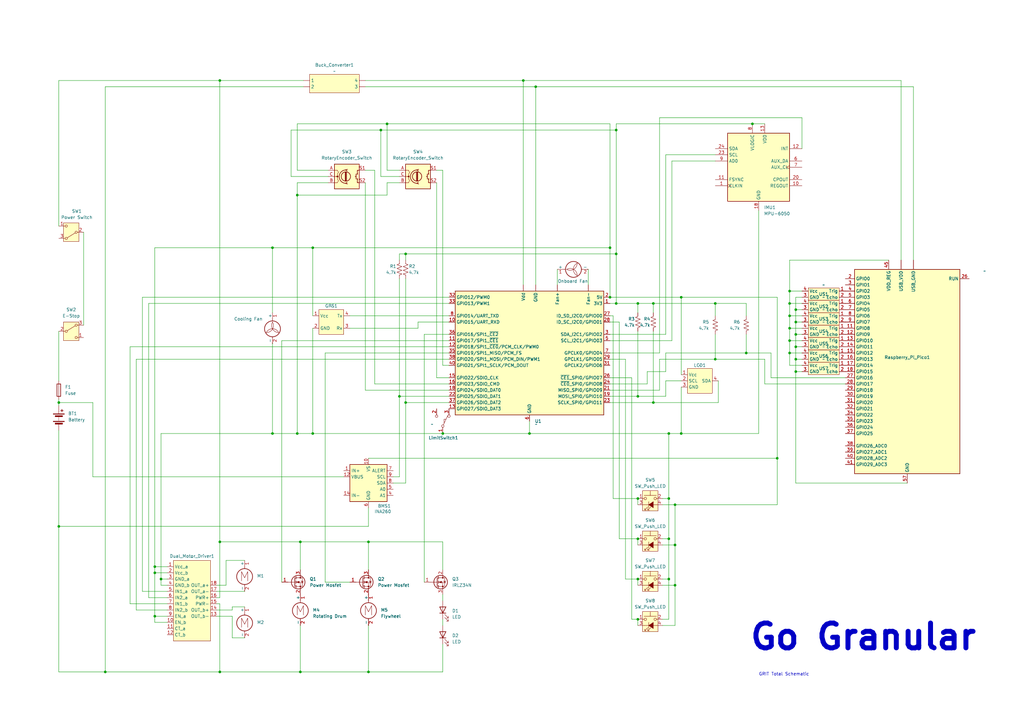
<source format=kicad_sch>
(kicad_sch (version 20231120) (generator "eeschema") (generator_version "8.0")
  (paper "A3")
  (lib_symbols
    (symbol "Custom_Symbols:12V_Dual_Motor_Driver"
      (property "Reference" "U" (at 0 0 0))
      (symbol "12V_Dual_Motor_Driver_1_1"
        (pin power_in line (at -10.16 -3.81 0) (length 2.54) (name "Vcc_a") (number "1"))
        (pin input line (at -10.16 -26.67 0) (length 2.54) (name "EN_b") (number "10"))
        (pin input line (at -10.16 -29.21 0) (length 2.54) (name "CT_a") (number "11"))
        (pin input line (at -10.16 -31.75 0) (length 2.54) (name "CT_b") (number "12"))
        (pin power_out line (at 10.16 -24.13 180) (length 2.54) (name "OUT_b-") (number "13"))
        (pin power_out line (at 10.16 -21.59 180) (length 2.54) (name "OUT_b+") (number "14"))
        (pin power_out line (at 10.16 -19.05 180) (length 2.54) (name "PWR-") (number "15"))
        (pin power_out line (at 10.16 -16.51 180) (length 2.54) (name "PWR+") (number "16"))
        (pin power_out line (at 10.16 -13.97 180) (length 2.54) (name "OUT_a-") (number "17"))
        (pin power_out line (at 10.16 -11.43 180) (length 2.54) (name "OUT_a+") (number "18"))
        (pin power_in line (at -10.16 -6.35 0) (length 2.54) (name "Vcc_b") (number "2"))
        (pin power_in line (at -10.16 -8.89 0) (length 2.54) (name "GND_a") (number "3"))
        (pin power_in line (at -10.16 -11.43 0) (length 2.54) (name "GND_b") (number "4"))
        (pin input line (at -10.16 -13.97 0) (length 2.54) (name "IN1_a") (number "5"))
        (pin input line (at -10.16 -16.51 0) (length 2.54) (name "IN2_a") (number "6"))
        (pin input line (at -10.16 -19.05 0) (length 2.54) (name "IN1_b") (number "7"))
        (pin input line (at -10.16 -21.59 0) (length 2.54) (name "IN2_b") (number "8"))
        (pin input line (at -10.16 -24.13 0) (length 2.54) (name "EN_a") (number "9"))
      )
    )
    (symbol "Custom_Symbols:Buck_Converter_12V_to_5V"
      (property "Reference" "U" (at 0 0 0))
      (symbol "Buck_Converter_12V_to_5V_1_1"
        (pin power_in line (at -12.7 -5.08 0) (length 2.54) (name "1") (number ""))
        (pin power_in line (at -12.7 -7.62 0) (length 2.54) (name "2") (number ""))
        (pin power_out line (at 12.7 -7.62 180) (length 2.54) (name "3") (number ""))
        (pin power_out line (at 12.7 -5.08 180) (length 2.54) (name "4") (number ""))
      )
    )
    (symbol "Custom_Symbols:Custom_Raspberry_Pi"
      (property "Reference" "U" (at 0 0 0))
      (symbol "Custom_Raspberry_Pi_1_1"
        (pin power_out line (at 11.43 0 270) (length 2.54) (name "Fan+") (number ""))
        (pin power_out line (at 24.13 0 270) (length 2.54) (name "Fan-") (number ""))
        (pin power_in line (at 2.54 0 270) (length 2.54) (name "GND") (number ""))
        (pin power_in line (at -2.54 0 270) (length 2.54) (name "Vdd") (number ""))
        (pin power_out line (at 33.02 -7.62 180) (length 2.54) (name "3V3") (number "1"))
        (pin bidirectional line (at -33.02 -15.24 0) (length 2.54) (name "GPIO15/UART_RXD") (number "10"))
        (pin bidirectional line (at -33.02 -22.86 0) (length 2.54) (name "GPIO17/SPI1_~{CE1}") (number "11"))
        (pin bidirectional line (at -33.02 -25.4 0) (length 2.54) (name "GPIO18/SPI1_~{CE0}/PCM_CLK/PWM0") (number "12"))
        (pin bidirectional line (at -33.02 -50.8 0) (length 2.54) (name "GPIO27/SDIO_DAT3") (number "13"))
        (pin passive line (at 0 -55.88 90) (length 2.54) hide (name "GND") (number "14"))
        (pin bidirectional line (at -33.02 -38.1 0) (length 2.54) (name "GPIO22/SDIO_CLK") (number "15"))
        (pin bidirectional line (at -33.02 -40.64 0) (length 2.54) (name "GPIO23/SDIO_CMD") (number "16"))
        (pin passive line (at 33.02 -7.62 180) (length 2.54) hide (name "3V3") (number "17"))
        (pin bidirectional line (at -33.02 -43.18 0) (length 2.54) (name "GPIO24/SDIO_DAT0") (number "18"))
        (pin bidirectional line (at 33.02 -45.72 180) (length 2.54) (name "MOSI_SPI0/GPIO10") (number "19"))
        (pin power_out line (at 33.02 -5.08 180) (length 2.54) (name "5V") (number "2"))
        (pin passive line (at 0 -55.88 90) (length 2.54) hide (name "GND") (number "20"))
        (pin bidirectional line (at 33.02 -43.18 180) (length 2.54) (name "MISO_SPI0/GPIO09") (number "21"))
        (pin bidirectional line (at -33.02 -45.72 0) (length 2.54) (name "GPIO25/SDIO_DAT1") (number "22"))
        (pin bidirectional line (at 33.02 -48.26 180) (length 2.54) (name "SCLK_SPI0/GPIO11") (number "23"))
        (pin bidirectional line (at 33.02 -40.64 180) (length 2.54) (name "~{CE0}_SPI0/GPIO08") (number "24"))
        (pin passive line (at 0 -55.88 90) (length 2.54) hide (name "GND") (number "25"))
        (pin bidirectional line (at 33.02 -38.1 180) (length 2.54) (name "~{CE1}_SPI0/GPIO07") (number "26"))
        (pin bidirectional line (at 33.02 -12.7 180) (length 2.54) (name "ID_SD_I2C0/GPIO00") (number "27"))
        (pin bidirectional line (at 33.02 -15.24 180) (length 2.54) (name "ID_SC_I2C0/GPIO01") (number "28"))
        (pin bidirectional line (at 33.02 -30.48 180) (length 2.54) (name "GPCLK1/GPIO05") (number "29"))
        (pin bidirectional line (at 33.02 -20.32 180) (length 2.54) (name "SDA_I2C1/GPIO02") (number "3"))
        (pin passive line (at 0 -55.88 90) (length 2.54) hide (name "GND") (number "30"))
        (pin bidirectional line (at 33.02 -33.02 180) (length 2.54) (name "GPCLK2/GPIO06") (number "31"))
        (pin bidirectional line (at -33.02 -5.08 0) (length 2.54) (name "GPIO12/PWM0") (number "32"))
        (pin bidirectional line (at -33.02 -7.62 0) (length 2.54) (name "GPIO13/PWM1") (number "33"))
        (pin passive line (at 0 -55.88 90) (length 2.54) hide (name "GND") (number "34"))
        (pin bidirectional line (at -33.02 -27.94 0) (length 2.54) (name "GPIO19/SPI1_MISO/PCM_FS") (number "35"))
        (pin bidirectional line (at -33.02 -20.32 0) (length 2.54) (name "GPIO16/SPI1_~{CE2}") (number "36"))
        (pin bidirectional line (at -33.02 -48.26 0) (length 2.54) (name "GPIO26/SDIO_DAT2") (number "37"))
        (pin bidirectional line (at -33.02 -30.48 0) (length 2.54) (name "GPIO20/SPI1_MOSI/PCM_DIN/PWM1") (number "38"))
        (pin passive line (at 0 -55.88 90) (length 2.54) hide (name "GND") (number "39"))
        (pin passive line (at 33.02 -5.08 180) (length 2.54) hide (name "5V") (number "4"))
        (pin bidirectional line (at -33.02 -33.02 0) (length 2.54) (name "GPIO21/SPI1_SCLK/PCM_DOUT") (number "40"))
        (pin bidirectional line (at 33.02 -22.86 180) (length 2.54) (name "SCL_I2C1/GPIO03") (number "5"))
        (pin power_out line (at 0 -55.88 90) (length 2.54) (name "GND") (number "6"))
        (pin bidirectional line (at 33.02 -27.94 180) (length 2.54) (name "GPCLK0/GPIO04") (number "7"))
        (pin bidirectional line (at -33.02 -12.7 0) (length 2.54) (name "GPIO14/UART_TXD") (number "8"))
        (pin passive line (at 0 -55.88 90) (length 2.54) hide (name "GND") (number "9"))
      )
    )
    (symbol "Custom_Symbols:Custom_Raspberry_Pi_Pico"
      (property "Reference" "U" (at 0 0 0))
      (symbol "Custom_Raspberry_Pi_Pico_1_1"
        (pin power_in line (at 2.54 1.27 270) (length 3.81) (name "USB_GND") (number ""))
        (pin power_in line (at -2.54 1.27 270) (length 3.81) (name "USB_VDD") (number ""))
        (pin bidirectional line (at -25.4 -26.67 0) (length 3.81) (name "GPIO8") (number "11"))
        (pin bidirectional line (at -25.4 -29.21 0) (length 3.81) (name "GPIO9") (number "12"))
        (pin bidirectional line (at -25.4 -31.75 0) (length 3.81) (name "GPIO10") (number "13"))
        (pin bidirectional line (at -25.4 -34.29 0) (length 3.81) (name "GPIO11") (number "14"))
        (pin bidirectional line (at -25.4 -36.83 0) (length 3.81) (name "GPIO12") (number "15"))
        (pin bidirectional line (at -25.4 -39.37 0) (length 3.81) (name "GPIO13") (number "16"))
        (pin bidirectional line (at -25.4 -41.91 0) (length 3.81) (name "GPIO14") (number "17"))
        (pin bidirectional line (at -25.4 -44.45 0) (length 3.81) (name "GPIO15") (number "18"))
        (pin bidirectional line (at -25.4 -6.35 0) (length 3.81) (name "GPIO0") (number "2"))
        (pin input line (at 25.4 -6.35 180) (length 3.81) (name "RUN") (number "26"))
        (pin bidirectional line (at -25.4 -46.99 0) (length 3.81) (name "GPIO16") (number "27"))
        (pin bidirectional line (at -25.4 -49.53 0) (length 3.81) (name "GPIO17") (number "28"))
        (pin bidirectional line (at -25.4 -52.07 0) (length 3.81) (name "GPIO18") (number "29"))
        (pin bidirectional line (at -25.4 -8.89 0) (length 3.81) (name "GPIO1") (number "3"))
        (pin bidirectional line (at -25.4 -54.61 0) (length 3.81) (name "GPIO19") (number "30"))
        (pin bidirectional line (at -25.4 -57.15 0) (length 3.81) (name "GPIO20") (number "31"))
        (pin bidirectional line (at -25.4 -59.69 0) (length 3.81) (name "GPIO21") (number "32"))
        (pin bidirectional line (at -25.4 -62.23 0) (length 3.81) (name "GPIO22") (number "34"))
        (pin bidirectional line (at -25.4 -64.77 0) (length 3.81) (name "GPIO23") (number "35"))
        (pin bidirectional line (at -25.4 -67.31 0) (length 3.81) (name "GPIO24") (number "36"))
        (pin bidirectional line (at -25.4 -69.85 0) (length 3.81) (name "GPIO25") (number "37"))
        (pin bidirectional line (at -25.4 -74.93 0) (length 3.81) (name "GPIO26_ADC0") (number "38"))
        (pin bidirectional line (at -25.4 -77.47 0) (length 3.81) (name "GPIO27_ADC1") (number "39"))
        (pin bidirectional line (at -25.4 -11.43 0) (length 3.81) (name "GPIO2") (number "4"))
        (pin bidirectional line (at -25.4 -80.01 0) (length 3.81) (name "GPIO28_ADC2") (number "40"))
        (pin bidirectional line (at -25.4 -82.55 0) (length 3.81) (name "GPIO29_ADC3") (number "41"))
        (pin power_out line (at -7.62 1.27 270) (length 3.81) (name "VDD_REG") (number "45"))
        (pin bidirectional line (at -25.4 -13.97 0) (length 3.81) (name "GPIO3") (number "5"))
        (pin power_in line (at 0 -90.17 90) (length 3.81) (name "GND") (number "57"))
        (pin bidirectional line (at -25.4 -16.51 0) (length 3.81) (name "GPIO4") (number "6"))
        (pin bidirectional line (at -25.4 -19.05 0) (length 3.81) (name "GPIO5") (number "7"))
        (pin bidirectional line (at -25.4 -21.59 0) (length 3.81) (name "GPIO6") (number "8"))
        (pin bidirectional line (at -25.4 -24.13 0) (length 3.81) (name "GPIO7") (number "9"))
      )
    )
    (symbol "Custom_Symbols:I2C_LCD_Screen"
      (property "Reference" "U" (at 0 0 0))
      (symbol "I2C_LCD_Screen_1_1"
        (pin power_in line (at -7.62 -3.81 0) (length 2.54) (name "Vcc") (number "1"))
        (pin input line (at -7.62 -6.35 0) (length 2.54) (name "SCL") (number "2"))
        (pin power_out line (at -7.62 -8.89 0) (length 2.54) (name "GND") (number "3"))
        (pin output line (at 7.62 -6.35 180) (length 2.54) (name "SDA") (number "4"))
      )
    )
    (symbol "Custom_Symbols:I2C_Ultrasonic_Sensor"
      (property "Reference" "US" (at 0 -3.81 0))
      (symbol "I2C_Ultrasonic_Sensor_1_1"
        (pin input line (at -8.89 -2.54 0) (length 2.54) (name "Trig") (number "1"))
        (pin output line (at -8.89 -5.08 0) (length 2.54) (name "Echo") (number "2"))
        (pin power_in line (at 8.89 -5.08 180) (length 2.54) (name "GND") (number "3"))
        (pin power_in line (at 8.89 -2.54 180) (length 2.54) (name "Vcc") (number "4"))
      )
    )
    (symbol "Device:Battery" (pin_numbers hide) (pin_names (offset 0) hide)
      (property "Reference" "BT" (at 2.54 2.54 0))
      (property "Value" "Battery" (at 2.54 0 0))
      (symbol "Battery_1_1"
        (pin passive line (at 0 5.08 270) (length 2.54) (name "+") (number "1"))
        (pin passive line (at 0 -5.08 90) (length 2.54) (name "-") (number "2"))
      )
    )
    (symbol "Device:Fuse" (pin_numbers hide) (pin_names (offset 0))
      (property "Reference" "F" (at 2.032 0 90))
      (property "Value" "Fuse" (at -1.905 0 90))
      (symbol "Fuse_1_1"
        (pin passive line (at 0 3.81 270) (length 1.27) (name "~") (number "1"))
        (pin passive line (at 0 -3.81 90) (length 1.27) (name "~") (number "2"))
      )
    )
    (symbol "Device:LED" (pin_numbers hide) (pin_names (offset 1.016) hide)
      (property "Reference" "D" (at 0 2.54 0))
      (property "Value" "LED" (at 0 -2.54 0))
      (symbol "LED_1_1"
        (pin passive line (at -3.81 0 0) (length 2.54) (name "K") (number "1"))
        (pin passive line (at 3.81 0 180) (length 2.54) (name "A") (number "2"))
      )
    )
    (symbol "Device:R_US" (pin_numbers hide) (pin_names (offset 0))
      (property "Reference" "R" (at 2.54 0 90))
      (property "Value" "R_US" (at -2.54 0 90))
      (symbol "R_US_1_1"
        (pin passive line (at 0 3.81 270) (length 1.27) (name "~") (number "1"))
        (pin passive line (at 0 -3.81 90) (length 1.27) (name "~") (number "2"))
      )
    )
    (symbol "Device:RotaryEncoder_Switch" (pin_names (offset 0.254) hide)
      (property "Reference" "SW" (at 0 6.604 0))
      (property "Value" "RotaryEncoder_Switch" (at 0 -6.604 0))
      (symbol "RotaryEncoder_Switch_1_1"
        (pin passive line (at -7.62 2.54 0) (length 2.54) (name "A") (number "A"))
        (pin passive line (at -7.62 -2.54 0) (length 2.54) (name "B") (number "B"))
        (pin passive line (at -7.62 0 0) (length 2.54) (name "C") (number "C"))
        (pin passive line (at 7.62 2.54 180) (length 2.54) (name "S1") (number "S1"))
        (pin passive line (at 7.62 -2.54 180) (length 2.54) (name "S2") (number "S2"))
      )
    )
    (symbol "Motor:Fan" (pin_names (offset 0))
      (property "Reference" "M" (at 2.54 5.08 0))
      (property "Value" "Fan" (at 2.54 -2.54 0))
      (symbol "Fan_1_1"
        (pin passive line (at 0 7.62 270) (length 2.54) (name "+") (number "1"))
        (pin passive line (at 0 -5.08 90) (length 2.54) (name "-") (number "2"))
      )
    )
    (symbol "Motor:Motor_DC" (pin_names (offset 0))
      (property "Reference" "M" (at 2.54 2.54 0))
      (property "Value" "Motor_DC" (at 2.54 -5.08 0))
      (symbol "Motor_DC_1_1"
        (pin passive line (at 0 5.08 270) (length 2.54) (name "+") (number "1"))
        (pin passive line (at 0 -7.62 90) (length 2.54) (name "-") (number "2"))
      )
    )
    (symbol "NEO_6M_GPS_1"
      (property "Reference" "U" (at 0 0 0))
      (symbol "NEO_6M_GPS_1_1_1"
        (pin power_in line (at -7.62 -5.08 0) (length 2.54) (name "Vcc") (number "1"))
        (pin power_in line (at -7.62 -10.16 0) (length 2.54) (name "GND") (number "2"))
        (pin output line (at 7.62 -10.16 180) (length 2.54) (name "Rx") (number "3"))
        (pin input line (at 7.62 -5.08 180) (length 2.54) (name "Tx") (number "4"))
      )
    )
    (symbol "Sensor:INA260"
      (property "Reference" "U" (at -6.35 8.89 0))
      (property "Value" "INA260" (at 2.54 8.89 0))
      (symbol "INA260_1_1"
        (pin passive line (at -10.16 5.08 0) (length 2.54) (name "IN+") (number "1"))
        (pin power_in line (at 0 10.16 270) (length 2.54) (name "VS") (number "10"))
        (pin passive line (at 0 -10.16 90) (length 2.54) hide (name "GND") (number "11"))
        (pin passive line (at -10.16 2.54 0) (length 2.54) (name "VBUS") (number "12"))
        (pin no_connect line (at 2.54 -7.62 90) (length 2.54) hide (name "NC") (number "13"))
        (pin passive line (at -10.16 -5.08 0) (length 2.54) (name "IN-") (number "14"))
        (pin passive line (at -10.16 -5.08 0) (length 2.54) hide (name "IN-") (number "15"))
        (pin passive line (at -10.16 -5.08 0) (length 2.54) hide (name "IN-") (number "16"))
        (pin passive line (at -10.16 5.08 0) (length 2.54) hide (name "IN+") (number "2"))
        (pin passive line (at -10.16 5.08 0) (length 2.54) hide (name "IN+") (number "3"))
        (pin input line (at 10.16 -5.08 180) (length 2.54) (name "A1") (number "4"))
        (pin input line (at 10.16 -2.54 180) (length 2.54) (name "A0") (number "5"))
        (pin power_in line (at 0 -10.16 90) (length 2.54) (name "GND") (number "6"))
        (pin open_collector line (at 10.16 5.08 180) (length 2.54) (name "ALERT") (number "7"))
        (pin bidirectional line (at 10.16 0 180) (length 2.54) (name "SDA") (number "8"))
        (pin input line (at 10.16 2.54 180) (length 2.54) (name "SCL") (number "9"))
      )
    )
    (symbol "Sensor_Motion:MPU-6050"
      (property "Reference" "U" (at -11.43 13.97 0))
      (property "Value" "MPU-6050" (at 7.62 -15.24 0))
      (symbol "MPU-6050_0_0"
        (text "" (at 12.7 -2.54 0) (effects (font (size 1.27 1.27))))
      )
      (symbol "MPU-6050_1_1"
        (pin input clock (at -17.78 -7.62 0) (length 5.08) (name "CLKIN") (number "1"))
        (pin passive line (at 17.78 -7.62 180) (length 5.08) (name "REGOUT") (number "10"))
        (pin input line (at -17.78 -5.08 0) (length 5.08) (name "FSYNC") (number "11"))
        (pin output line (at 17.78 7.62 180) (length 5.08) (name "INT") (number "12"))
        (pin power_in line (at 2.54 17.78 270) (length 3.81) (name "VDD") (number "13"))
        (pin no_connect line (at -12.7 -10.16 0) (length 2.54) hide (name "NC") (number "14"))
        (pin no_connect line (at 12.7 12.7 180) (length 2.54) hide (name "NC") (number "15"))
        (pin no_connect line (at 12.7 10.16 180) (length 2.54) hide (name "NC") (number "16"))
        (pin no_connect line (at 12.7 5.08 180) (length 2.54) hide (name "NC") (number "17"))
        (pin power_in line (at 0 -17.78 90) (length 3.81) (name "GND") (number "18"))
        (pin no_connect line (at 12.7 -10.16 180) (length 2.54) hide (name "RESV") (number "19"))
        (pin no_connect line (at -12.7 12.7 0) (length 2.54) hide (name "NC") (number "2"))
        (pin passive line (at 17.78 -5.08 180) (length 5.08) (name "CPOUT") (number "20"))
        (pin no_connect line (at 12.7 -2.54 180) (length 2.54) hide (name "RESV") (number "21"))
        (pin no_connect line (at 12.7 -12.7 180) (length 2.54) hide (name "RESV") (number "22"))
        (pin input line (at -17.78 5.08 0) (length 5.08) (name "SCL") (number "23"))
        (pin bidirectional line (at -17.78 7.62 0) (length 5.08) (name "SDA") (number "24"))
        (pin no_connect line (at -12.7 10.16 0) (length 2.54) hide (name "NC") (number "3"))
        (pin no_connect line (at -12.7 0 0) (length 2.54) hide (name "NC") (number "4"))
        (pin no_connect line (at -12.7 -2.54 0) (length 2.54) hide (name "NC") (number "5"))
        (pin bidirectional line (at 17.78 2.54 180) (length 5.08) (name "AUX_DA") (number "6"))
        (pin output clock (at 17.78 0 180) (length 5.08) (name "AUX_CL") (number "7"))
        (pin power_in line (at -2.54 17.78 270) (length 3.81) (name "VLOGIC") (number "8"))
        (pin input line (at -17.78 2.54 0) (length 5.08) (name "AD0") (number "9"))
      )
    )
    (symbol "Switch:SW_Nidec_CAS-120A1" (pin_names (offset 1) hide)
      (property "Reference" "SW" (at 0 4.318 0))
      (property "Value" "SW_Nidec_CAS-120A1" (at 0 -5.08 0))
      (symbol "SW_Nidec_CAS-120A1_1_1"
        (pin passive line (at 5.08 -2.54 180) (length 2.54) (name "C") (number "1"))
        (pin passive line (at -5.08 0 0) (length 2.54) (name "B") (number "2"))
        (pin passive line (at 5.08 2.54 180) (length 2.54) (name "A") (number "3"))
      )
    )
    (symbol "Switch:SW_Push_LED" (pin_names (offset 1.016) hide)
      (property "Reference" "SW" (at 0 7.62 0))
      (property "Value" "SW_Push_LED" (at 0 -3.81 0))
      (symbol "SW_Push_LED_0_1"
        (pin passive line (at -5.08 2.54 0) (length 2.54) (name "1") (number "1"))
        (pin passive line (at 5.08 2.54 180) (length 2.54) (name "2") (number "2"))
        (pin passive line (at -5.08 0 0) (length 2.54) (name "K") (number "3"))
        (pin passive line (at 5.08 0 180) (length 2.54) (name "A") (number "4"))
      )
    )
    (symbol "Switch:SW_SPDT_XKB_DMx-xxxx-1" (pin_names (offset 0) hide)
      (property "Reference" "SW" (at 0 4.318 0))
      (property "Value" "SW_SPDT_XKB_DMx-xxxx-1" (at 0 -5.588 0))
      (symbol "SW_SPDT_XKB_DMx-xxxx-1_1_1"
        (pin passive line (at -5.08 0 0) (length 2.54) (name "A") (number "1"))
        (pin passive line (at 5.08 -2.54 180) (length 2.54) (name "B") (number "2"))
        (pin passive line (at 5.08 2.54 180) (length 2.54) (name "C") (number "3"))
      )
    )
    (symbol "Transistor_FET:FDMT80060DC" (pin_names hide)
      (property "Reference" "Q" (at 5.08 1.905 0))
      (property "Value" "FDMT80060DC" (at 5.08 0 0))
      (symbol "FDMT80060DC_1_1"
        (pin passive line (at -5.08 0 0) (length 2.54) (name "G") (number "1"))
        (pin passive line (at 2.54 -5.08 90) (length 2.54) (name "S") (number "2"))
        (pin passive line (at 2.54 5.08 270) (length 2.54) (name "D") (number "3"))
      )
    )
    (symbol "Transistor_FET:IRLZ34N" (pin_names hide)
      (property "Reference" "Q" (at 5.08 1.905 0))
      (property "Value" "IRLZ34N" (at 5.08 0 0))
      (symbol "IRLZ34N_1_1"
        (pin input line (at -5.08 0 0) (length 2.54) (name "G") (number "1"))
        (pin passive line (at 2.54 5.08 270) (length 2.54) (name "D") (number "2"))
        (pin passive line (at 2.54 -5.08 90) (length 2.54) (name "S") (number "3"))
      )
    )
  )
  (junction (at 276.86 223.52))
  (junction (at 326.39 147.32))
  (junction (at 90.17 33.02))
  (junction (at 274.32 220.98))
  (junction (at 158.75 50.8))
  (junction (at 214.63 33.02))
  (junction (at 323.85 119.38))
  (junction (at 323.85 144.78))
  (junction (at 252.73 124.46))
  (junction (at 252.73 104.14))
  (junction (at 163.83 162.56))
  (junction (at 111.76 101.6))
  (junction (at 261.62 220.98))
  (junction (at 267.97 124.46))
  (junction (at 151.13 275.59))
  (junction (at 250.19 121.92))
  (junction (at 128.27 177.8))
  (junction (at 217.17 177.8))
  (junction (at 308.61 50.8))
  (junction (at 166.37 165.1))
  (junction (at 279.4 121.92))
  (junction (at 276.86 240.03))
  (junction (at 151.13 222.25))
  (junction (at 166.37 104.14))
  (junction (at 276.86 207.01))
  (junction (at 323.85 124.46))
  (junction (at 261.62 124.46))
  (junction (at 90.17 275.59))
  (junction (at 63.5 252.73))
  (junction (at 326.39 142.24))
  (junction (at 326.39 127))
  (junction (at 306.07 144.78))
  (junction (at 123.19 275.59))
  (junction (at 181.61 177.8))
  (junction (at 24.13 165.1))
  (junction (at 261.62 254))
  (junction (at 63.5 232.41))
  (junction (at 121.92 177.8))
  (junction (at 274.32 204.47))
  (junction (at 323.85 134.62))
  (junction (at 156.21 53.34))
  (junction (at 90.17 222.25))
  (junction (at 293.37 124.46))
  (junction (at 111.76 177.8))
  (junction (at 123.19 222.25))
  (junction (at 261.62 162.56))
  (junction (at 66.04 237.49))
  (junction (at 323.85 129.54))
  (junction (at 274.32 237.49))
  (junction (at 128.27 101.6))
  (junction (at 261.62 237.49))
  (junction (at 267.97 165.1))
  (junction (at 318.77 187.96))
  (junction (at 323.85 139.7))
  (junction (at 261.62 204.47))
  (junction (at 121.92 80.01))
  (junction (at 326.39 152.4))
  (junction (at 326.39 137.16))
  (junction (at 219.71 35.56))
  (junction (at 279.4 177.8))
  (junction (at 250.19 101.6))
  (junction (at 24.13 215.9))
  (junction (at 293.37 147.32))
  (junction (at 252.73 53.34))
  (junction (at 274.32 177.8))
  (junction (at 326.39 132.08))
  (junction (at 63.5 234.95))
  (junction (at 43.18 275.59))
  (wire (pts (xy 95.25 248.92) (xy 100.33 248.92)))
  (wire (pts (xy 53.34 247.65) (xy 68.58 247.65)))
  (wire (pts (xy 261.62 204.47) (xy 261.62 207.01)))
  (wire (pts (xy 92.71 229.87) (xy 100.33 229.87)))
  (wire (pts (xy 274.32 237.49) (xy 271.78 237.49)))
  (wire (pts (xy 323.85 134.62) (xy 328.93 134.62)))
  (wire (pts (xy 128.27 177.8) (xy 181.61 177.8)))
  (wire (pts (xy 374.65 35.56) (xy 374.65 106.68)))
  (wire (pts (xy 274.32 220.98) (xy 274.32 237.49)))
  (wire (pts (xy 95.25 252.73) (xy 95.25 261.62)))
  (wire (pts (xy 323.85 119.38) (xy 323.85 124.46)))
  (wire (pts (xy 24.13 215.9) (xy 151.13 215.9)))
  (wire (pts (xy 250.19 160.02) (xy 270.51 160.02)))
  (wire (pts (xy 316.23 154.94) (xy 316.23 144.78)))
  (wire (pts (xy 163.83 104.14) (xy 163.83 106.68)))
  (wire (pts (xy 158.75 74.93) (xy 163.83 74.93)))
  (wire (pts (xy 134.62 69.85) (xy 121.92 69.85)))
  (wire (pts (xy 274.32 204.47) (xy 274.32 220.98)))
  (wire (pts (xy 119.38 72.39) (xy 119.38 53.34)))
  (wire (pts (xy 275.59 139.7) (xy 275.59 66.04)))
  (wire (pts (xy 173.99 238.76) (xy 173.99 137.16)))
  (wire (pts (xy 88.9 252.73) (xy 95.25 252.73)))
  (wire (pts (xy 276.86 223.52) (xy 271.78 223.52)))
  (wire (pts (xy 123.19 275.59) (xy 151.13 275.59)))
  (wire (pts (xy 293.37 137.16) (xy 293.37 147.32)))
  (wire (pts (xy 326.39 152.4) (xy 328.93 152.4)))
  (wire (pts (xy 38.1 165.1) (xy 38.1 195.58)))
  (wire (pts (xy 153.67 69.85) (xy 153.67 157.48)))
  (wire (pts (xy 143.51 129.54) (xy 184.15 129.54)))
  (wire (pts (xy 171.45 134.62) (xy 171.45 132.08)))
  (wire (pts (xy 261.62 237.49) (xy 261.62 240.03)))
  (wire (pts (xy 66.04 237.49) (xy 68.58 237.49)))
  (wire (pts (xy 261.62 135.89) (xy 261.62 162.56)))
  (wire (pts (xy 158.75 80.01) (xy 158.75 74.93)))
  (wire (pts (xy 326.39 132.08) (xy 326.39 137.16)))
  (wire (pts (xy 276.86 240.03) (xy 276.86 256.54)))
  (wire (pts (xy 184.15 149.86) (xy 181.61 149.86)))
  (wire (pts (xy 267.97 165.1) (xy 250.19 165.1)))
  (wire (pts (xy 294.64 165.1) (xy 267.97 165.1)))
  (wire (pts (xy 24.13 135.89) (xy 24.13 156.21)))
  (wire (pts (xy 219.71 35.56) (xy 219.71 116.84)))
  (wire (pts (xy 270.51 147.32) (xy 293.37 147.32)))
  (wire (pts (xy 306.07 144.78) (xy 273.05 144.78)))
  (wire (pts (xy 252.73 104.14) (xy 166.37 104.14)))
  (wire (pts (xy 251.46 129.54) (xy 251.46 204.47)))
  (wire (pts (xy 60.96 124.46) (xy 60.96 245.11)))
  (wire (pts (xy 90.17 275.59) (xy 90.17 247.65)))
  (wire (pts (xy 115.57 238.76) (xy 115.57 139.7)))
  (wire (pts (xy 328.93 121.92) (xy 326.39 121.92)))
  (wire (pts (xy 313.69 157.48) (xy 346.71 157.48)))
  (wire (pts (xy 306.07 124.46) (xy 306.07 129.54)))
  (wire (pts (xy 274.32 220.98) (xy 271.78 220.98)))
  (wire (pts (xy 149.86 35.56) (xy 219.71 35.56)))
  (wire (pts (xy 261.62 220.98) (xy 261.62 223.52)))
  (wire (pts (xy 151.13 222.25) (xy 151.13 233.68)))
  (wire (pts (xy 323.85 129.54) (xy 323.85 134.62)))
  (wire (pts (xy 123.19 256.54) (xy 123.19 275.59)))
  (wire (pts (xy 326.39 132.08) (xy 328.93 132.08)))
  (wire (pts (xy 346.71 154.94) (xy 316.23 154.94)))
  (wire (pts (xy 128.27 101.6) (xy 111.76 101.6)))
  (wire (pts (xy 323.85 139.7) (xy 328.93 139.7)))
  (wire (pts (xy 326.39 137.16) (xy 328.93 137.16)))
  (wire (pts (xy 181.61 275.59) (xy 151.13 275.59)))
  (wire (pts (xy 24.13 176.53) (xy 24.13 215.9)))
  (wire (pts (xy 323.85 134.62) (xy 323.85 139.7)))
  (wire (pts (xy 250.19 121.92) (xy 250.19 101.6)))
  (wire (pts (xy 279.4 121.92) (xy 279.4 153.67)))
  (wire (pts (xy 267.97 124.46) (xy 293.37 124.46)))
  (wire (pts (xy 276.86 256.54) (xy 271.78 256.54)))
  (wire (pts (xy 276.86 240.03) (xy 271.78 240.03)))
  (wire (pts (xy 323.85 129.54) (xy 328.93 129.54)))
  (wire (pts (xy 254 220.98) (xy 261.62 220.98)))
  (wire (pts (xy 270.51 48.26) (xy 328.93 48.26)))
  (wire (pts (xy 90.17 33.02) (xy 124.46 33.02)))
  (wire (pts (xy 63.5 252.73) (xy 63.5 255.27)))
  (wire (pts (xy 121.92 74.93) (xy 121.92 80.01)))
  (wire (pts (xy 250.19 121.92) (xy 279.4 121.92)))
  (wire (pts (xy 90.17 222.25) (xy 123.19 222.25)))
  (wire (pts (xy 38.1 165.1) (xy 24.13 165.1)))
  (wire (pts (xy 151.13 208.28) (xy 151.13 215.9)))
  (wire (pts (xy 259.08 154.94) (xy 259.08 254)))
  (wire (pts (xy 323.85 124.46) (xy 323.85 129.54)))
  (wire (pts (xy 24.13 163.83) (xy 24.13 165.1)))
  (wire (pts (xy 156.21 72.39) (xy 156.21 53.34)))
  (wire (pts (xy 261.62 124.46) (xy 267.97 124.46)))
  (wire (pts (xy 121.92 177.8) (xy 111.76 177.8)))
  (wire (pts (xy 323.85 149.86) (xy 328.93 149.86)))
  (wire (pts (xy 318.77 187.96) (xy 318.77 207.01)))
  (wire (pts (xy 133.35 238.76) (xy 143.51 238.76)))
  (wire (pts (xy 279.4 158.75) (xy 279.4 177.8)))
  (wire (pts (xy 60.96 245.11) (xy 68.58 245.11)))
  (wire (pts (xy 140.97 195.58) (xy 38.1 195.58)))
  (wire (pts (xy 323.85 124.46) (xy 328.93 124.46)))
  (wire (pts (xy 90.17 247.65) (xy 88.9 247.65)))
  (wire (pts (xy 184.15 147.32) (xy 55.88 147.32)))
  (wire (pts (xy 274.32 204.47) (xy 274.32 177.8)))
  (wire (pts (xy 316.23 144.78) (xy 306.07 144.78)))
  (wire (pts (xy 261.62 162.56) (xy 273.05 162.56)))
  (wire (pts (xy 252.73 104.14) (xy 252.73 53.34)))
  (wire (pts (xy 156.21 53.34) (xy 252.73 53.34)))
  (wire (pts (xy 261.62 124.46) (xy 261.62 128.27)))
  (wire (pts (xy 163.83 69.85) (xy 158.75 69.85)))
  (wire (pts (xy 43.18 35.56) (xy 124.46 35.56)))
  (wire (pts (xy 241.3 110.49) (xy 241.3 116.84)))
  (wire (pts (xy 250.19 50.8) (xy 250.19 101.6)))
  (wire (pts (xy 274.32 254) (xy 271.78 254)))
  (wire (pts (xy 63.5 232.41) (xy 68.58 232.41)))
  (wire (pts (xy 326.39 198.12) (xy 372.11 198.12)))
  (wire (pts (xy 251.46 204.47) (xy 261.62 204.47)))
  (wire (pts (xy 121.92 177.8) (xy 128.27 177.8)))
  (wire (pts (xy 90.17 33.02) (xy 90.17 222.25)))
  (wire (pts (xy 181.61 264.16) (xy 181.61 275.59)))
  (wire (pts (xy 250.19 124.46) (xy 252.73 124.46)))
  (wire (pts (xy 181.61 254) (xy 181.61 256.54)))
  (wire (pts (xy 326.39 127) (xy 326.39 132.08)))
  (wire (pts (xy 326.39 137.16) (xy 326.39 142.24)))
  (wire (pts (xy 274.32 237.49) (xy 274.32 254)))
  (wire (pts (xy 179.07 154.94) (xy 184.15 154.94)))
  (wire (pts (xy 111.76 177.8) (xy 111.76 140.97)))
  (wire (pts (xy 63.5 101.6) (xy 111.76 101.6)))
  (wire (pts (xy 181.61 243.84) (xy 181.61 246.38)))
  (wire (pts (xy 63.5 234.95) (xy 63.5 252.73)))
  (wire (pts (xy 166.37 104.14) (xy 166.37 106.68)))
  (wire (pts (xy 267.97 135.89) (xy 267.97 165.1)))
  (wire (pts (xy 158.75 50.8) (xy 158.75 69.85)))
  (wire (pts (xy 66.04 237.49) (xy 66.04 240.03)))
  (wire (pts (xy 153.67 157.48) (xy 184.15 157.48)))
  (wire (pts (xy 214.63 33.02) (xy 214.63 116.84)))
  (wire (pts (xy 58.42 242.57) (xy 68.58 242.57)))
  (wire (pts (xy 273.05 63.5) (xy 293.37 63.5)))
  (wire (pts (xy 184.15 142.24) (xy 53.34 142.24)))
  (wire (pts (xy 63.5 234.95) (xy 68.58 234.95)))
  (wire (pts (xy 88.9 242.57) (xy 100.33 242.57)))
  (wire (pts (xy 111.76 101.6) (xy 111.76 128.27)))
  (wire (pts (xy 293.37 147.32) (xy 313.69 147.32)))
  (wire (pts (xy 369.57 33.02) (xy 369.57 106.68)))
  (wire (pts (xy 214.63 33.02) (xy 369.57 33.02)))
  (wire (pts (xy 24.13 33.02) (xy 24.13 92.71)))
  (wire (pts (xy 58.42 121.92) (xy 58.42 242.57)))
  (wire (pts (xy 55.88 147.32) (xy 55.88 250.19)))
  (wire (pts (xy 24.13 215.9) (xy 24.13 275.59)))
  (wire (pts (xy 166.37 104.14) (xy 163.83 104.14)))
  (wire (pts (xy 326.39 127) (xy 328.93 127)))
  (wire (pts (xy 276.86 223.52) (xy 276.86 240.03)))
  (wire (pts (xy 63.5 101.6) (xy 63.5 232.41)))
  (wire (pts (xy 166.37 165.1) (xy 184.15 165.1)))
  (wire (pts (xy 34.29 95.25) (xy 34.29 133.35)))
  (wire (pts (xy 43.18 275.59) (xy 43.18 35.56)))
  (wire (pts (xy 88.9 250.19) (xy 95.25 250.19)))
  (wire (pts (xy 63.5 252.73) (xy 68.58 252.73)))
  (wire (pts (xy 250.19 144.78) (xy 270.51 144.78)))
  (wire (pts (xy 181.61 149.86) (xy 181.61 69.85)))
  (wire (pts (xy 217.17 177.8) (xy 274.32 177.8)))
  (wire (pts (xy 250.19 137.16) (xy 273.05 137.16)))
  (wire (pts (xy 306.07 137.16) (xy 306.07 144.78)))
  (wire (pts (xy 326.39 142.24) (xy 328.93 142.24)))
  (wire (pts (xy 173.99 137.16) (xy 184.15 137.16)))
  (wire (pts (xy 252.73 50.8) (xy 308.61 50.8)))
  (wire (pts (xy 24.13 275.59) (xy 43.18 275.59)))
  (wire (pts (xy 163.83 114.3) (xy 163.83 162.56)))
  (wire (pts (xy 311.15 86.36) (xy 311.15 177.8)))
  (wire (pts (xy 273.05 137.16) (xy 273.05 63.5)))
  (wire (pts (xy 149.86 160.02) (xy 184.15 160.02)))
  (wire (pts (xy 276.86 207.01) (xy 276.86 223.52)))
  (wire (pts (xy 250.19 132.08) (xy 254 132.08)))
  (wire (pts (xy 95.25 250.19) (xy 95.25 248.92)))
  (wire (pts (xy 326.39 152.4) (xy 326.39 198.12)))
  (wire (pts (xy 323.85 106.68) (xy 323.85 119.38)))
  (wire (pts (xy 134.62 72.39) (xy 119.38 72.39)))
  (wire (pts (xy 66.04 240.03) (xy 68.58 240.03)))
  (wire (pts (xy 88.9 240.03) (xy 92.71 240.03)))
  (wire (pts (xy 121.92 80.01) (xy 158.75 80.01)))
  (wire (pts (xy 267.97 124.46) (xy 267.97 128.27)))
  (wire (pts (xy 151.13 187.96) (xy 318.77 187.96)))
  (wire (pts (xy 166.37 114.3) (xy 166.37 165.1)))
  (wire (pts (xy 265.43 157.48) (xy 250.19 157.48)))
  (wire (pts (xy 161.29 198.12) (xy 166.37 198.12)))
  (wire (pts (xy 121.92 80.01) (xy 121.92 177.8)))
  (wire (pts (xy 133.35 144.78) (xy 133.35 238.76)))
  (wire (pts (xy 121.92 74.93) (xy 134.62 74.93)))
  (wire (pts (xy 24.13 165.1) (xy 24.13 166.37)))
  (wire (pts (xy 161.29 195.58) (xy 163.83 195.58)))
  (wire (pts (xy 43.18 275.59) (xy 90.17 275.59)))
  (wire (pts (xy 66.04 177.8) (xy 66.04 237.49)))
  (wire (pts (xy 323.85 139.7) (xy 323.85 144.78)))
  (wire (pts (xy 179.07 74.93) (xy 179.07 154.94)))
  (wire (pts (xy 184.15 124.46) (xy 60.96 124.46)))
  (wire (pts (xy 250.19 139.7) (xy 275.59 139.7)))
  (wire (pts (xy 123.19 222.25) (xy 151.13 222.25)))
  (wire (pts (xy 111.76 177.8) (xy 66.04 177.8)))
  (wire (pts (xy 90.17 275.59) (xy 123.19 275.59)))
  (wire (pts (xy 53.34 142.24) (xy 53.34 247.65)))
  (wire (pts (xy 128.27 101.6) (xy 128.27 129.54)))
  (wire (pts (xy 311.15 177.8) (xy 279.4 177.8)))
  (wire (pts (xy 181.61 69.85) (xy 179.07 69.85)))
  (wire (pts (xy 163.83 195.58) (xy 163.83 162.56)))
  (wire (pts (xy 90.17 245.11) (xy 88.9 245.11)))
  (wire (pts (xy 250.19 129.54) (xy 251.46 129.54)))
  (wire (pts (xy 128.27 101.6) (xy 250.19 101.6)))
  (wire (pts (xy 323.85 119.38) (xy 328.93 119.38)))
  (wire (pts (xy 273.05 152.4) (xy 265.43 152.4)))
  (wire (pts (xy 123.19 222.25) (xy 123.19 233.68)))
  (wire (pts (xy 163.83 162.56) (xy 184.15 162.56)))
  (wire (pts (xy 181.61 177.8) (xy 217.17 177.8)))
  (wire (pts (xy 326.39 147.32) (xy 326.39 152.4)))
  (wire (pts (xy 254 132.08) (xy 254 220.98)))
  (wire (pts (xy 250.19 162.56) (xy 261.62 162.56)))
  (wire (pts (xy 252.73 53.34) (xy 252.73 50.8)))
  (wire (pts (xy 115.57 139.7) (xy 184.15 139.7)))
  (wire (pts (xy 250.19 147.32) (xy 256.54 147.32)))
  (wire (pts (xy 128.27 177.8) (xy 128.27 134.62)))
  (wire (pts (xy 313.69 147.32) (xy 313.69 157.48)))
  (wire (pts (xy 149.86 69.85) (xy 153.67 69.85)))
  (wire (pts (xy 270.51 144.78) (xy 270.51 48.26)))
  (wire (pts (xy 24.13 33.02) (xy 90.17 33.02)))
  (wire (pts (xy 63.5 232.41) (xy 63.5 234.95)))
  (wire (pts (xy 184.15 121.92) (xy 58.42 121.92)))
  (wire (pts (xy 219.71 35.56) (xy 374.65 35.56)))
  (wire (pts (xy 121.92 69.85) (xy 121.92 50.8)))
  (wire (pts (xy 293.37 124.46) (xy 306.07 124.46)))
  (wire (pts (xy 318.77 121.92) (xy 318.77 187.96)))
  (wire (pts (xy 55.88 250.19) (xy 68.58 250.19)))
  (wire (pts (xy 149.86 74.93) (xy 149.86 160.02)))
  (wire (pts (xy 256.54 147.32) (xy 256.54 237.49)))
  (wire (pts (xy 323.85 144.78) (xy 328.93 144.78)))
  (wire (pts (xy 95.25 261.62) (xy 100.33 261.62)))
  (wire (pts (xy 171.45 132.08) (xy 184.15 132.08)))
  (wire (pts (xy 274.32 177.8) (xy 279.4 177.8)))
  (wire (pts (xy 279.4 156.21) (xy 273.05 156.21)))
  (wire (pts (xy 308.61 50.8) (xy 313.69 50.8)))
  (wire (pts (xy 364.49 106.68) (xy 323.85 106.68)))
  (wire (pts (xy 259.08 254) (xy 261.62 254)))
  (wire (pts (xy 252.73 124.46) (xy 261.62 124.46)))
  (wire (pts (xy 294.64 156.21) (xy 294.64 165.1)))
  (wire (pts (xy 181.61 222.25) (xy 181.61 233.68)))
  (wire (pts (xy 90.17 222.25) (xy 90.17 245.11)))
  (wire (pts (xy 158.75 50.8) (xy 250.19 50.8)))
  (wire (pts (xy 252.73 124.46) (xy 252.73 104.14)))
  (wire (pts (xy 184.15 144.78) (xy 133.35 144.78)))
  (wire (pts (xy 275.59 66.04) (xy 293.37 66.04)))
  (wire (pts (xy 92.71 240.03) (xy 92.71 229.87)))
  (wire (pts (xy 326.39 121.92) (xy 326.39 127)))
  (wire (pts (xy 151.13 222.25) (xy 181.61 222.25)))
  (wire (pts (xy 166.37 198.12) (xy 166.37 165.1)))
  (wire (pts (xy 121.92 50.8) (xy 158.75 50.8)))
  (wire (pts (xy 326.39 147.32) (xy 328.93 147.32)))
  (wire (pts (xy 276.86 207.01) (xy 318.77 207.01)))
  (wire (pts (xy 273.05 144.78) (xy 273.05 152.4)))
  (wire (pts (xy 217.17 177.8) (xy 217.17 172.72)))
  (wire (pts (xy 273.05 156.21) (xy 273.05 162.56)))
  (wire (pts (xy 323.85 144.78) (xy 323.85 149.86)))
  (wire (pts (xy 119.38 53.34) (xy 156.21 53.34)))
  (wire (pts (xy 328.93 48.26) (xy 328.93 60.96)))
  (wire (pts (xy 149.86 33.02) (xy 214.63 33.02)))
  (wire (pts (xy 143.51 134.62) (xy 171.45 134.62)))
  (wire (pts (xy 270.51 160.02) (xy 270.51 147.32)))
  (wire (pts (xy 163.83 72.39) (xy 156.21 72.39)))
  (wire (pts (xy 256.54 237.49) (xy 261.62 237.49)))
  (wire (pts (xy 271.78 207.01) (xy 276.86 207.01)))
  (wire (pts (xy 151.13 275.59) (xy 151.13 256.54)))
  (wire (pts (xy 261.62 254) (xy 261.62 256.54)))
  (wire (pts (xy 293.37 124.46) (xy 293.37 129.54)))
  (wire (pts (xy 265.43 152.4) (xy 265.43 157.48)))
  (wire (pts (xy 250.19 154.94) (xy 259.08 154.94)))
  (wire (pts (xy 271.78 204.47) (xy 274.32 204.47)))
  (wire (pts (xy 279.4 121.92) (xy 318.77 121.92)))
  (wire (pts (xy 63.5 255.27) (xy 68.58 255.27)))
  (wire (pts (xy 326.39 142.24) (xy 326.39 147.32)))
  (wire (pts (xy 228.6 110.49) (xy 228.6 116.84)))
  (text "Go Granular" (at 354.076 261.366 0) (effects (font (size 10.16 10.16) (thickness 2.032) (bold yes))))
  (text "GRIT Total Schematic" (at 321.564 276.606 0) (effects (font (size 1.27 1.27))))
  (symbol (lib_id "Sensor:INA260") (at 151.13 198.12 0) (unit 1)
    (property "Reference" "BMS1" (at 154.94 207.518 0) (effects (justify left)))
    (property "Value" "INA260" (at 153.5781 209.804 0) (effects (justify left)))
    (property "Footprint" "Package_SO:TSSOP-16_4.4x5mm_P0.65mm" (effects (hide yes)))
    (property "Datasheet" "http://www.ti.com/lit/ds/symlink/ina260.pdf" (effects (hide yes)))
    (property "Description" "Current/power/voltage monitor with Integrated 2mΩ Shunt Resistor, 2.7V - 5.5V, I2C, TSSOP-16" (effects (hide yes)))
  )
  (symbol (lib_id "Device:LED") (at 181.61 250.19 90) (unit 1)
    (property "Reference" "D1" (at 185.42 250.5074 90) (effects (justify right)))
    (property "Value" "LED" (at 185.42 253.0474 90) (effects (justify right)))
    (property "Description" "Light emitting diode" (effects (hide yes)))
  )
  (symbol (lib_id "Device:LED") (at 181.61 260.35 90) (unit 1)
    (property "Reference" "D2" (at 185.42 260.6674 90) (effects (justify right)))
    (property "Value" "LED" (at 185.42 263.2074 90) (effects (justify right)))
    (property "Description" "Light emitting diode" (effects (hide yes)))
  )
  (symbol (lib_id "Device:R_US") (at 293.37 133.35 0) (mirror x) (unit 1)
    (property "Reference" "R5" (at 290.83 132.0799 0) (effects (justify right)))
    (property "Value" "4.7k" (at 290.83 134.6199 0) (effects (justify right)))
    (property "Description" "Resistor, US symbol" (effects (hide yes)))
  )
  (symbol (lib_id "Custom_Symbols:I2C_LCD_Screen") (at 287.02 149.86 0) (unit 1)
    (property "Reference" "LCD1" (at 287.02 149.098 0) (effects (justify top)))
    (property "Value" "~" (at 287.02 149.86 0))
  )
  (symbol (lib_id "Custom_Symbols:I2C_Ultrasonic_Sensor") (at 337.82 142.24 0) (mirror y) (unit 1)
    (property "Reference" "US6" (at 337.82 146.05 0))
    (property "Value" "~" (at 337.82 142.24 0))
  )
  (symbol (lib_id "Device:R_US") (at 267.97 132.08 0) (mirror x) (unit 1)
    (property "Reference" "R4" (at 266.7 130.81 0) (effects (justify right)))
    (property "Value" "4.7k" (at 266.7 133.35 0) (effects (justify right)))
    (property "Description" "Resistor, US symbol" (effects (hide yes)))
  )
  (symbol (lib_id "Device:RotaryEncoder_Switch") (at 142.24 72.39 0) (unit 1)
    (property "Reference" "SW3" (at 142.24 62.23 0))
    (property "Value" "RotaryEncoder_Switch" (at 142.24 64.77 0))
    (property "Description" "Rotary encoder, dual channel, incremental quadrate outputs, with switch" (effects (hide yes)))
  )
  (symbol (lib_id "Custom_Symbols:I2C_Ultrasonic_Sensor") (at 337.82 116.84 0) (mirror y) (unit 1)
    (property "Reference" "US1" (at 337.82 120.65 0))
    (property "Value" "~" (at 337.82 116.84 0))
  )
  (symbol (lib_id "Motor:Motor_DC") (at 100.33 234.95 0) (unit 1)
    (property "Reference" "M1" (at 105.41 236.2199 0) (effects (justify left)))
    (property "Value" "Drive Motor Left" (effects (hide yes)))
    (property "Description" "DC Motor" (effects (hide yes)))
  )
  (symbol (lib_id "Custom_Symbols:12V_Dual_Motor_Driver") (at 78.74 228.6 0) (unit 1)
    (property "Reference" "Dual_Motor_Driver1" (at 78.74 228.092 0))
    (property "Value" "~" (at 78.74 228.6 0))
  )
  (symbol (lib_id "Switch:SW_Nidec_CAS-120A1") (at 29.21 95.25 180) (unit 1)
    (property "Reference" "SW1" (at 31.496 86.614 0))
    (property "Value" "Power Switch" (at 31.496 89.154 0))
    (property "Footprint" "Button_Switch_SMD:Nidec_Copal_CAS-120A" (effects (hide yes)))
    (property "Datasheet" "https://www.nidec-components.com/e/catalog/switch/cas.pdf" (effects (hide yes)))
    (property "Description" "Switch, single pole double throw" (effects (hide yes)))
  )
  (symbol (lib_id "Motor:Motor_DC") (at 100.33 254 0) (unit 1)
    (property "Reference" "M2" (at 105.41 255.2699 0) (effects (justify left)))
    (property "Value" "Drive Motor Right" (effects (hide yes)))
    (property "Description" "DC Motor" (effects (hide yes)))
  )
  (symbol (lib_id "Device:RotaryEncoder_Switch") (at 171.45 72.39 0) (unit 1)
    (property "Reference" "SW4" (at 171.45 62.23 0))
    (property "Value" "RotaryEncoder_Switch" (at 171.45 64.77 0))
    (property "Description" "Rotary encoder, dual channel, incremental quadrate outputs, with switch" (effects (hide yes)))
  )
  (symbol (lib_id "Switch:SW_Nidec_CAS-120A1") (at 29.21 135.89 0) (unit 1)
    (property "Reference" "SW2" (at 29.21 127 0))
    (property "Value" "E-Stop" (at 29.21 129.54 0))
    (property "Footprint" "Button_Switch_SMD:Nidec_Copal_CAS-120A" (effects (hide yes)))
    (property "Datasheet" "https://www.nidec-components.com/e/catalog/switch/cas.pdf" (effects (hide yes)))
    (property "Description" "Switch, single pole double throw" (effects (hide yes)))
  )
  (symbol (lib_id "Device:Battery") (at 24.13 171.45 0) (unit 1)
    (property "Reference" "BT1" (at 27.94 169.6084 0) (effects (justify left)))
    (property "Value" "Battery" (at 27.94 172.1484 0) (effects (justify left)))
    (property "Description" "Multiple-cell battery" (effects (hide yes)))
  )
  (symbol (lib_name "NEO_6M_GPS_1") (lib_id "Custom_Symbols:NEO_6M_GPS") (at 135.89 124.46 0) (unit 1)
    (property "Reference" "GPS1" (at 135.89 125.476 0))
    (property "Value" "~" (at 135.89 125.73 0))
  )
  (symbol (lib_id "Custom_Symbols:Buck_Converter_12V_to_5V") (at 137.16 27.94 0) (unit 1)
    (property "Reference" "Buck_Converter1" (at 137.16 26.67 0))
    (property "Value" "~" (at 137.16 29.21 0))
  )
  (symbol (lib_id "Transistor_FET:FDMT80060DC") (at 120.65 238.76 0) (unit 1)
    (property "Reference" "Q1" (at 127 237.4899 0) (effects (justify left)))
    (property "Value" "Power Mosfet" (at 127 240.0299 0) (effects (justify left)))
    (property "Footprint" "Package_TO_SOT_SMD:PQFN_8x8" (effects (hide yes)))
    (property "Datasheet" "https://www.onsemi.com/pub/Collateral/FDMT80060DC-D.pdf" (effects (hide yes)))
    (property "Description" "43A Id, 60V Vds, PowerTrench N-Channel Power MOSFET, 6.9mOhm Ron, Qg (typ) 7.9nC 8x8mm MLP" (effects (hide yes)))
  )
  (symbol (lib_id "Switch:SW_Push_LED") (at 266.7 207.01 0) (unit 1)
    (property "Reference" "SW5" (at 266.7 196.85 0))
    (property "Value" "SW_Push_LED" (at 266.7 199.39 0))
    (property "Description" "Push button switch with LED, generic" (effects (hide yes)))
  )
  (symbol (lib_id "Device:R_US") (at 163.83 110.49 0) (mirror x) (unit 1)
    (property "Reference" "R1" (at 162.56 109.22 0) (effects (justify right)))
    (property "Value" "4.7k" (at 162.56 111.76 0) (effects (justify right)))
    (property "Description" "Resistor, US symbol" (effects (hide yes)))
  )
  (symbol (lib_id "Custom_Symbols:Custom_Raspberry_Pi_Pico") (at 372.11 107.95 0) (unit 1)
    (property "Reference" "Raspberry_Pi_Pico1" (at 372.11 146.558 0))
    (property "Value" "~" (at 403.86 111.1565 0))
  )
  (symbol (lib_id "Custom_Symbols:I2C_Ultrasonic_Sensor") (at 337.82 121.92 0) (mirror y) (unit 1)
    (property "Reference" "US2" (at 337.82 125.73 0))
    (property "Value" "~" (at 337.82 121.92 0))
  )
  (symbol (lib_id "Device:R_US") (at 306.07 133.35 0) (mirror x) (unit 1)
    (property "Reference" "R6" (at 303.53 132.0799 0) (effects (justify right)))
    (property "Value" "4.7k" (at 303.53 134.6199 0) (effects (justify right)))
    (property "Description" "Resistor, US symbol" (effects (hide yes)))
  )
  (symbol (lib_id "Switch:SW_Push_LED") (at 266.7 256.54 0) (unit 1)
    (property "Reference" "SW8" (at 266.7 246.38 0))
    (property "Value" "SW_Push_LED" (at 266.7 248.92 0))
    (property "Description" "Push button switch with LED, generic" (effects (hide yes)))
  )
  (symbol (lib_id "Device:R_US") (at 261.62 132.08 0) (mirror x) (unit 1)
    (property "Reference" "R3" (at 260.35 130.81 0) (effects (justify right)))
    (property "Value" "4.7k" (at 260.35 133.35 0) (effects (justify right)))
    (property "Description" "Resistor, US symbol" (effects (hide yes)))
  )
  (symbol (lib_id "Motor:Fan") (at 236.22 110.49 90) (unit 1)
    (property "Reference" "M6" (effects (hide yes)))
    (property "Value" "Onboard Fan" (at 234.95 115.316 90))
    (property "Description" "Fan" (effects (hide yes)))
  )
  (symbol (lib_id "Motor:Motor_DC") (at 123.19 248.92 0) (unit 1)
    (property "Reference" "M4" (at 128.27 250.1899 0) (effects (justify left)))
    (property "Value" "Rotating Drum" (at 128.27 252.7299 0) (effects (justify left)))
    (property "Description" "DC Motor" (effects (hide yes)))
  )
  (symbol (lib_id "Motor:Fan") (at 111.76 135.89 0) (unit 1)
    (property "Reference" "M3" (effects (hide yes)))
    (property "Value" "Cooling Fan" (at 101.854 130.81 0))
    (property "Description" "Fan" (effects (hide yes)))
  )
  (symbol (lib_id "Device:R_US") (at 166.37 110.49 180) (unit 1)
    (property "Reference" "R2" (at 167.64 109.22 0) (effects (justify right)))
    (property "Value" "4.7k" (at 167.64 111.76 0) (effects (justify right)))
    (property "Description" "Resistor, US symbol" (effects (hide yes)))
  )
  (symbol (lib_id "Switch:SW_Push_LED") (at 266.7 240.03 0) (unit 1)
    (property "Reference" "SW7" (at 266.7 229.87 0))
    (property "Value" "SW_Push_LED" (at 266.7 232.41 0))
    (property "Description" "Push button switch with LED, generic" (effects (hide yes)))
  )
  (symbol (lib_id "Transistor_FET:FDMT80060DC") (at 148.59 238.76 0) (unit 1)
    (property "Reference" "Q2" (at 154.94 237.4899 0) (effects (justify left)))
    (property "Value" "Power Mosfet" (at 154.94 240.0299 0) (effects (justify left)))
    (property "Footprint" "Package_TO_SOT_SMD:PQFN_8x8" (effects (hide yes)))
    (property "Datasheet" "https://www.onsemi.com/pub/Collateral/FDMT80060DC-D.pdf" (effects (hide yes)))
    (property "Description" "43A Id, 60V Vds, PowerTrench N-Channel Power MOSFET, 6.9mOhm Ron, Qg (typ) 7.9nC 8x8mm MLP" (effects (hide yes)))
  )
  (symbol (lib_id "Device:Fuse") (at 24.13 160.02 0) (unit 1)
    (property "Reference" "F1" (at 26.67 158.7499 0) (effects (justify left)))
    (property "Value" "Fuse" (at 26.67 161.2899 0) (effects (justify left)))
    (property "Description" "Fuse" (effects (hide yes)))
  )
  (symbol (lib_id "Motor:Motor_DC") (at 151.13 248.92 0) (unit 1)
    (property "Reference" "M5" (at 156.21 250.1899 0) (effects (justify left)))
    (property "Value" "Flywheel" (at 156.21 252.7299 0) (effects (justify left)))
    (property "Description" "DC Motor" (effects (hide yes)))
  )
  (symbol (lib_id "Custom_Symbols:I2C_Ultrasonic_Sensor") (at 337.82 137.16 0) (mirror y) (unit 1)
    (property "Reference" "US5" (at 337.82 140.97 0))
    (property "Value" "~" (at 337.82 137.16 0))
  )
  (symbol (lib_id "Custom_Symbols:Custom_Raspberry_Pi") (at 217.17 116.84 0) (unit 1)
    (property "Reference" "U1" (at 219.3641 172.72 0) (effects (justify left)))
    (property "Value" "~" (at 219.3641 173.99 0) (effects (justify left)))
  )
  (symbol (lib_id "Custom_Symbols:I2C_Ultrasonic_Sensor") (at 337.82 127 0) (mirror y) (unit 1)
    (property "Reference" "US3" (at 337.82 130.81 0))
    (property "Value" "~" (at 337.82 127 0))
  )
  (symbol (lib_id "Transistor_FET:IRLZ34N") (at 179.07 238.76 0) (unit 1)
    (property "Reference" "Q3" (at 185.42 237.4899 0) (effects (justify left)))
    (property "Value" "IRLZ34N" (at 185.42 240.0299 0) (effects (justify left)))
    (property "Footprint" "Package_TO_SOT_THT:TO-220-3_Vertical" (effects (hide yes)))
    (property "Datasheet" "http://www.infineon.com/dgdl/irlz34npbf.pdf?fileId=5546d462533600a40153567206892720" (effects (hide yes)))
    (property "Description" "30A Id, 55V Vds, 35mOhm Rds, N-Channel HEXFET Power MOSFET, TO-220AB" (effects (hide yes)))
  )
  (symbol (lib_id "Switch:SW_SPDT_XKB_DMx-xxxx-1") (at 181.61 172.72 270) (mirror x) (unit 1)
    (property "Reference" "LimitSwitch1" (at 187.96 179.578 90) (effects (justify right)))
    (property "Value" "~" (at 177.8 173.99 90) (effects (justify right)))
    (property "Description" "Position switch" (effects (hide yes)))
  )
  (symbol (lib_id "Custom_Symbols:I2C_Ultrasonic_Sensor") (at 337.82 132.08 0) (mirror y) (unit 1)
    (property "Reference" "US4" (at 337.82 135.89 0))
    (property "Value" "~" (at 337.82 132.08 0))
  )
  (symbol (lib_id "Switch:SW_Push_LED") (at 266.7 223.52 0) (unit 1)
    (property "Reference" "SW6" (at 266.7 213.36 0))
    (property "Value" "SW_Push_LED" (at 266.7 215.9 0))
    (property "Description" "Push button switch with LED, generic" (effects (hide yes)))
  )
  (symbol (lib_id "Sensor_Motion:MPU-6050") (at 311.15 68.58 0) (unit 1)
    (property "Reference" "IMU1" (at 313.3441 85.09 0) (effects (justify left)))
    (property "Value" "MPU-6050" (at 313.3441 87.63 0) (effects (justify left)))
    (property "Footprint" "Sensor_Motion:InvenSense_QFN-24_4x4mm_P0.5mm" (effects (hide yes)))
    (property "Datasheet" "https://invensense.tdk.com/wp-content/uploads/2015/02/MPU-6000-Datasheet1.pdf" (effects (hide yes)))
    (property "Description" "InvenSense 6-Axis Motion Sensor, Gyroscope, Accelerometer, I2C" (effects (hide yes)))
  )
  (symbol (lib_id "Custom_Symbols:I2C_Ultrasonic_Sensor") (at 337.82 147.32 0) (mirror y) (unit 1)
    (property "Reference" "US7" (at 337.82 151.13 0))
    (property "Value" "~" (at 337.82 147.32 0))
  )
)
</source>
